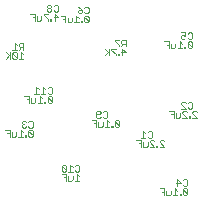
<source format=gbo>
G75*
%MOIN*%
%OFA0B0*%
%FSLAX25Y25*%
%IPPOS*%
%LPD*%
%AMOC8*
5,1,8,0,0,1.08239X$1,22.5*
%
%ADD10C,0.00200*%
D10*
X0151050Y0177866D02*
X0151050Y0180068D01*
X0149582Y0180068D01*
X0150316Y0178967D02*
X0151050Y0178967D01*
X0151792Y0179334D02*
X0151792Y0177866D01*
X0152893Y0177866D01*
X0153260Y0178233D01*
X0153260Y0179334D01*
X0154002Y0177866D02*
X0155470Y0177866D01*
X0154736Y0177866D02*
X0154736Y0180068D01*
X0155470Y0179334D01*
X0156208Y0178233D02*
X0156208Y0177866D01*
X0156575Y0177866D01*
X0156575Y0178233D01*
X0156208Y0178233D01*
X0157316Y0178233D02*
X0157683Y0177866D01*
X0158417Y0177866D01*
X0158784Y0178233D01*
X0157316Y0179701D01*
X0157316Y0178233D01*
X0157316Y0179701D02*
X0157683Y0180068D01*
X0158417Y0180068D01*
X0158784Y0179701D01*
X0158784Y0178233D01*
X0158417Y0180866D02*
X0157683Y0180866D01*
X0157316Y0181233D01*
X0156575Y0181967D02*
X0155107Y0181967D01*
X0155474Y0180866D02*
X0155474Y0183068D01*
X0156575Y0181967D01*
X0157316Y0182701D02*
X0157683Y0183068D01*
X0158417Y0183068D01*
X0158784Y0182701D01*
X0158784Y0181233D01*
X0158417Y0180866D01*
X0151040Y0193958D02*
X0149572Y0195426D01*
X0149572Y0195793D01*
X0149939Y0196160D01*
X0150673Y0196160D01*
X0151040Y0195793D01*
X0151040Y0193958D02*
X0149572Y0193958D01*
X0148830Y0193958D02*
X0148463Y0193958D01*
X0148463Y0194325D01*
X0148830Y0194325D01*
X0148830Y0193958D01*
X0147725Y0193958D02*
X0146257Y0195426D01*
X0146257Y0195793D01*
X0146624Y0196160D01*
X0147358Y0196160D01*
X0147725Y0195793D01*
X0146673Y0196958D02*
X0145939Y0196958D01*
X0145572Y0197325D01*
X0144830Y0196958D02*
X0143362Y0196958D01*
X0144096Y0196958D02*
X0144096Y0199160D01*
X0144830Y0198426D01*
X0145572Y0198793D02*
X0145939Y0199160D01*
X0146673Y0199160D01*
X0147040Y0198793D01*
X0147040Y0197325D01*
X0146673Y0196958D01*
X0145515Y0195426D02*
X0145515Y0194325D01*
X0145148Y0193958D01*
X0144047Y0193958D01*
X0144047Y0195426D01*
X0143305Y0195059D02*
X0142571Y0195059D01*
X0143305Y0196160D02*
X0141837Y0196160D01*
X0143305Y0196160D02*
X0143305Y0193958D01*
X0146257Y0193958D02*
X0147725Y0193958D01*
X0154215Y0203663D02*
X0154215Y0205865D01*
X0152747Y0205865D01*
X0153481Y0204764D02*
X0154215Y0204764D01*
X0154957Y0205131D02*
X0154957Y0203663D01*
X0156058Y0203663D01*
X0156425Y0204030D01*
X0156425Y0205131D01*
X0157167Y0205131D02*
X0157167Y0205498D01*
X0157534Y0205865D01*
X0158268Y0205865D01*
X0158635Y0205498D01*
X0158215Y0206663D02*
X0156747Y0208131D01*
X0156747Y0208498D01*
X0157114Y0208865D01*
X0157848Y0208865D01*
X0158215Y0208498D01*
X0158957Y0208498D02*
X0159324Y0208865D01*
X0160058Y0208865D01*
X0160425Y0208498D01*
X0160425Y0207030D01*
X0160058Y0206663D01*
X0159324Y0206663D01*
X0158957Y0207030D01*
X0158215Y0206663D02*
X0156747Y0206663D01*
X0157167Y0205131D02*
X0158635Y0203663D01*
X0157167Y0203663D01*
X0159373Y0203663D02*
X0159739Y0203663D01*
X0159739Y0204030D01*
X0159373Y0204030D01*
X0159373Y0203663D01*
X0160481Y0203663D02*
X0161949Y0203663D01*
X0160481Y0205131D01*
X0160481Y0205498D01*
X0160848Y0205865D01*
X0161582Y0205865D01*
X0161949Y0205498D01*
X0159990Y0226823D02*
X0160357Y0227190D01*
X0158889Y0228658D01*
X0158889Y0227190D01*
X0159256Y0226823D01*
X0159990Y0226823D01*
X0160357Y0227190D02*
X0160357Y0228658D01*
X0159990Y0229025D01*
X0159256Y0229025D01*
X0158889Y0228658D01*
X0159256Y0229823D02*
X0158889Y0230190D01*
X0159256Y0229823D02*
X0159990Y0229823D01*
X0160357Y0230190D01*
X0160357Y0231658D01*
X0159990Y0232025D01*
X0159256Y0232025D01*
X0158889Y0231658D01*
X0158147Y0232025D02*
X0158147Y0230924D01*
X0157413Y0231291D01*
X0157046Y0231291D01*
X0156679Y0230924D01*
X0156679Y0230190D01*
X0157046Y0229823D01*
X0157780Y0229823D01*
X0158147Y0230190D01*
X0158147Y0232025D02*
X0156679Y0232025D01*
X0156308Y0229025D02*
X0156308Y0226823D01*
X0157042Y0226823D02*
X0155574Y0226823D01*
X0154832Y0227190D02*
X0154832Y0228291D01*
X0154832Y0227190D02*
X0154465Y0226823D01*
X0153364Y0226823D01*
X0153364Y0228291D01*
X0152622Y0227924D02*
X0151888Y0227924D01*
X0152622Y0226823D02*
X0152622Y0229025D01*
X0151154Y0229025D01*
X0156308Y0229025D02*
X0157042Y0228291D01*
X0157780Y0227190D02*
X0157780Y0226823D01*
X0158147Y0226823D01*
X0158147Y0227190D01*
X0157780Y0227190D01*
X0138200Y0227400D02*
X0138200Y0229602D01*
X0137099Y0229602D01*
X0136732Y0229235D01*
X0136732Y0228501D01*
X0137099Y0228134D01*
X0138200Y0228134D01*
X0137466Y0228134D02*
X0136732Y0227400D01*
X0135990Y0227400D02*
X0135990Y0227767D01*
X0134522Y0229235D01*
X0134522Y0229602D01*
X0135990Y0229602D01*
X0134885Y0226602D02*
X0133417Y0226602D01*
X0133417Y0226235D01*
X0134885Y0224767D01*
X0134885Y0224400D01*
X0135623Y0224400D02*
X0135990Y0224400D01*
X0135990Y0224767D01*
X0135623Y0224767D01*
X0135623Y0224400D01*
X0137099Y0224400D02*
X0137099Y0226602D01*
X0138200Y0225501D01*
X0136732Y0225501D01*
X0132675Y0225134D02*
X0131207Y0226602D01*
X0132675Y0226602D02*
X0132675Y0224400D01*
X0132308Y0225501D02*
X0131207Y0224400D01*
X0125504Y0235396D02*
X0125871Y0235763D01*
X0124403Y0237231D01*
X0124403Y0235763D01*
X0124770Y0235396D01*
X0125504Y0235396D01*
X0125871Y0235763D02*
X0125871Y0237231D01*
X0125504Y0237598D01*
X0124770Y0237598D01*
X0124403Y0237231D01*
X0124770Y0238396D02*
X0124403Y0238763D01*
X0124770Y0238396D02*
X0125504Y0238396D01*
X0125871Y0238763D01*
X0125871Y0240231D01*
X0125504Y0240598D01*
X0124770Y0240598D01*
X0124403Y0240231D01*
X0123661Y0239497D02*
X0122561Y0239497D01*
X0122194Y0239130D01*
X0122194Y0238763D01*
X0122561Y0238396D01*
X0123294Y0238396D01*
X0123661Y0238763D01*
X0123661Y0239497D01*
X0122927Y0240231D01*
X0122194Y0240598D01*
X0121823Y0237598D02*
X0121823Y0235396D01*
X0122557Y0235396D02*
X0121089Y0235396D01*
X0120347Y0235763D02*
X0119980Y0235396D01*
X0118879Y0235396D01*
X0118879Y0236864D01*
X0118137Y0236497D02*
X0117403Y0236497D01*
X0118137Y0237598D02*
X0116669Y0237598D01*
X0115700Y0237097D02*
X0114233Y0237097D01*
X0113491Y0236363D02*
X0113124Y0236363D01*
X0113124Y0235996D01*
X0113491Y0235996D01*
X0113491Y0236363D01*
X0112386Y0236363D02*
X0112386Y0235996D01*
X0112386Y0236363D02*
X0110918Y0237831D01*
X0110918Y0238198D01*
X0112386Y0238198D01*
X0112390Y0238996D02*
X0112023Y0239363D01*
X0112023Y0239730D01*
X0112390Y0240097D01*
X0113124Y0240097D01*
X0113491Y0240464D01*
X0113491Y0240831D01*
X0113124Y0241198D01*
X0112390Y0241198D01*
X0112023Y0240831D01*
X0112023Y0240464D01*
X0112390Y0240097D01*
X0113124Y0240097D02*
X0113491Y0239730D01*
X0113491Y0239363D01*
X0113124Y0238996D01*
X0112390Y0238996D01*
X0114233Y0239363D02*
X0114600Y0238996D01*
X0115333Y0238996D01*
X0115700Y0239363D01*
X0115700Y0240831D01*
X0115333Y0241198D01*
X0114600Y0241198D01*
X0114233Y0240831D01*
X0114600Y0238198D02*
X0115700Y0237097D01*
X0114600Y0235996D02*
X0114600Y0238198D01*
X0118137Y0237598D02*
X0118137Y0235396D01*
X0120347Y0235763D02*
X0120347Y0236864D01*
X0121823Y0237598D02*
X0122557Y0236864D01*
X0123294Y0235763D02*
X0123294Y0235396D01*
X0123661Y0235396D01*
X0123661Y0235763D01*
X0123294Y0235763D01*
X0110176Y0236363D02*
X0109809Y0235996D01*
X0108708Y0235996D01*
X0108708Y0237464D01*
X0107966Y0237097D02*
X0107232Y0237097D01*
X0107966Y0238198D02*
X0106498Y0238198D01*
X0107966Y0238198D02*
X0107966Y0235996D01*
X0110176Y0236363D02*
X0110176Y0237464D01*
X0104160Y0228482D02*
X0103059Y0228482D01*
X0102692Y0228115D01*
X0102692Y0227381D01*
X0103059Y0227014D01*
X0104160Y0227014D01*
X0103426Y0227014D02*
X0102692Y0226280D01*
X0101950Y0226280D02*
X0100482Y0226280D01*
X0101216Y0226280D02*
X0101216Y0228482D01*
X0101950Y0227748D01*
X0101583Y0225482D02*
X0100849Y0225482D01*
X0100482Y0225115D01*
X0101950Y0223647D01*
X0101583Y0223280D01*
X0100849Y0223280D01*
X0100482Y0223647D01*
X0100482Y0225115D01*
X0099740Y0225482D02*
X0099740Y0223280D01*
X0099740Y0224014D02*
X0098272Y0225482D01*
X0099373Y0224381D02*
X0098272Y0223280D01*
X0101583Y0225482D02*
X0101950Y0225115D01*
X0101950Y0223647D01*
X0102692Y0223280D02*
X0104160Y0223280D01*
X0103426Y0223280D02*
X0103426Y0225482D01*
X0104160Y0224748D01*
X0104160Y0226280D02*
X0104160Y0228482D01*
X0108506Y0213782D02*
X0108506Y0211580D01*
X0109240Y0211580D02*
X0107772Y0211580D01*
X0108135Y0210048D02*
X0108135Y0208947D01*
X0107768Y0208580D01*
X0106667Y0208580D01*
X0106667Y0210048D01*
X0105925Y0209681D02*
X0105191Y0209681D01*
X0104458Y0210782D02*
X0105925Y0210782D01*
X0105925Y0208580D01*
X0108877Y0208580D02*
X0110345Y0208580D01*
X0109611Y0208580D02*
X0109611Y0210782D01*
X0110345Y0210048D01*
X0111083Y0208947D02*
X0111083Y0208580D01*
X0111450Y0208580D01*
X0111450Y0208947D01*
X0111083Y0208947D01*
X0112192Y0208947D02*
X0112192Y0210415D01*
X0113660Y0208947D01*
X0113293Y0208580D01*
X0112559Y0208580D01*
X0112192Y0208947D01*
X0112192Y0210415D02*
X0112559Y0210782D01*
X0113293Y0210782D01*
X0113660Y0210415D01*
X0113660Y0208947D01*
X0113293Y0211580D02*
X0112559Y0211580D01*
X0112192Y0211947D01*
X0111450Y0211580D02*
X0109982Y0211580D01*
X0110716Y0211580D02*
X0110716Y0213782D01*
X0111450Y0213048D01*
X0112192Y0213415D02*
X0112559Y0213782D01*
X0113293Y0213782D01*
X0113660Y0213415D01*
X0113660Y0211947D01*
X0113293Y0211580D01*
X0109240Y0213048D02*
X0108506Y0213782D01*
X0106888Y0202521D02*
X0107255Y0202154D01*
X0107255Y0200687D01*
X0106888Y0200320D01*
X0106154Y0200320D01*
X0105787Y0200687D01*
X0105045Y0200687D02*
X0104678Y0200320D01*
X0103944Y0200320D01*
X0103577Y0200687D01*
X0103577Y0201053D01*
X0103944Y0201420D01*
X0104311Y0201420D01*
X0103944Y0201420D02*
X0103577Y0201787D01*
X0103577Y0202154D01*
X0103944Y0202521D01*
X0104678Y0202521D01*
X0105045Y0202154D01*
X0105787Y0202154D02*
X0106154Y0202521D01*
X0106888Y0202521D01*
X0106888Y0199521D02*
X0106154Y0199521D01*
X0105787Y0199154D01*
X0107255Y0197687D01*
X0106888Y0197320D01*
X0106154Y0197320D01*
X0105787Y0197687D01*
X0105787Y0199154D01*
X0106888Y0199521D02*
X0107255Y0199154D01*
X0107255Y0197687D01*
X0105045Y0197687D02*
X0104678Y0197687D01*
X0104678Y0197320D01*
X0105045Y0197320D01*
X0105045Y0197687D01*
X0103940Y0197320D02*
X0102472Y0197320D01*
X0103206Y0197320D02*
X0103206Y0199521D01*
X0103940Y0198787D01*
X0101730Y0198787D02*
X0101730Y0197687D01*
X0101363Y0197320D01*
X0100262Y0197320D01*
X0100262Y0198787D01*
X0099520Y0198420D02*
X0098786Y0198420D01*
X0099520Y0197320D02*
X0099520Y0199521D01*
X0098052Y0199521D01*
X0116860Y0187486D02*
X0116860Y0186018D01*
X0117227Y0185651D01*
X0117961Y0185651D01*
X0118328Y0186018D01*
X0116860Y0187486D01*
X0117227Y0187853D01*
X0117961Y0187853D01*
X0118328Y0187486D01*
X0118328Y0186018D01*
X0119070Y0185651D02*
X0120538Y0185651D01*
X0119804Y0185651D02*
X0119804Y0187853D01*
X0120538Y0187119D01*
X0121279Y0187486D02*
X0121646Y0187853D01*
X0122380Y0187853D01*
X0122747Y0187486D01*
X0122747Y0186018D01*
X0122380Y0185651D01*
X0121646Y0185651D01*
X0121279Y0186018D01*
X0122013Y0184853D02*
X0122013Y0182651D01*
X0122747Y0182651D02*
X0121279Y0182651D01*
X0120538Y0183018D02*
X0120171Y0182651D01*
X0119070Y0182651D01*
X0119070Y0184119D01*
X0118328Y0183752D02*
X0117594Y0183752D01*
X0118328Y0182651D02*
X0118328Y0184853D01*
X0116860Y0184853D01*
X0120538Y0184119D02*
X0120538Y0183018D01*
X0122013Y0184853D02*
X0122747Y0184119D01*
X0128336Y0200590D02*
X0128336Y0202792D01*
X0126869Y0202792D01*
X0127602Y0201691D02*
X0128336Y0201691D01*
X0129078Y0202058D02*
X0129078Y0200590D01*
X0130179Y0200590D01*
X0130546Y0200957D01*
X0130546Y0202058D01*
X0130970Y0203590D02*
X0130603Y0203957D01*
X0130970Y0203590D02*
X0131704Y0203590D01*
X0132071Y0203957D01*
X0132071Y0205425D01*
X0131704Y0205792D01*
X0130970Y0205792D01*
X0130603Y0205425D01*
X0129861Y0205425D02*
X0129861Y0205058D01*
X0129494Y0204691D01*
X0128393Y0204691D01*
X0128393Y0203957D02*
X0128393Y0205425D01*
X0128760Y0205792D01*
X0129494Y0205792D01*
X0129861Y0205425D01*
X0129861Y0203957D02*
X0129494Y0203590D01*
X0128760Y0203590D01*
X0128393Y0203957D01*
X0132022Y0202792D02*
X0132022Y0200590D01*
X0132756Y0200590D02*
X0131288Y0200590D01*
X0132756Y0202058D02*
X0132022Y0202792D01*
X0133494Y0200957D02*
X0133494Y0200590D01*
X0133861Y0200590D01*
X0133861Y0200957D01*
X0133494Y0200957D01*
X0134603Y0200957D02*
X0134970Y0200590D01*
X0135704Y0200590D01*
X0136071Y0200957D01*
X0134603Y0202425D01*
X0134603Y0200957D01*
X0136071Y0200957D02*
X0136071Y0202425D01*
X0135704Y0202792D01*
X0134970Y0202792D01*
X0134603Y0202425D01*
M02*

</source>
